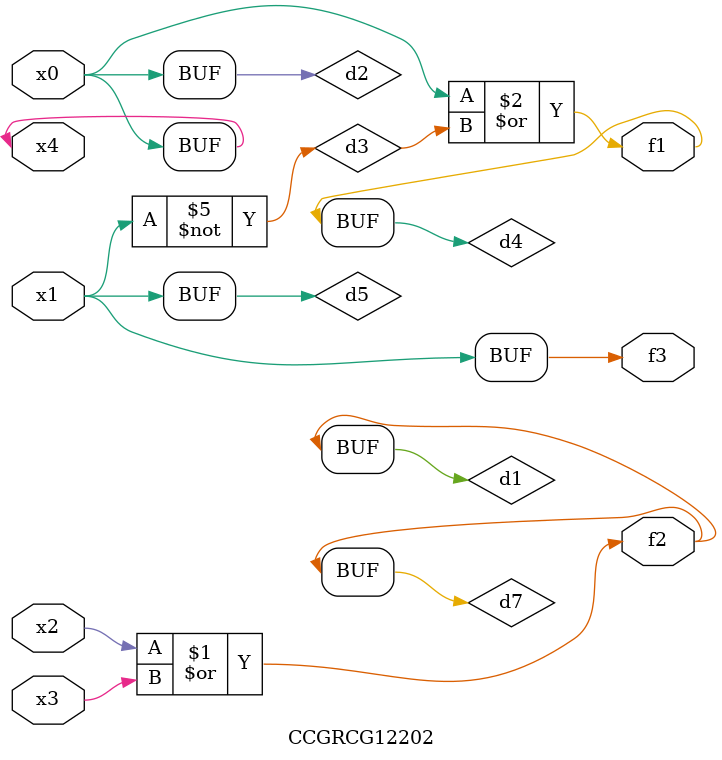
<source format=v>
module CCGRCG12202(
	input x0, x1, x2, x3, x4,
	output f1, f2, f3
);

	wire d1, d2, d3, d4, d5, d6, d7;

	or (d1, x2, x3);
	buf (d2, x0, x4);
	not (d3, x1);
	or (d4, d2, d3);
	not (d5, d3);
	nand (d6, d1, d3);
	or (d7, d1);
	assign f1 = d4;
	assign f2 = d7;
	assign f3 = d5;
endmodule

</source>
